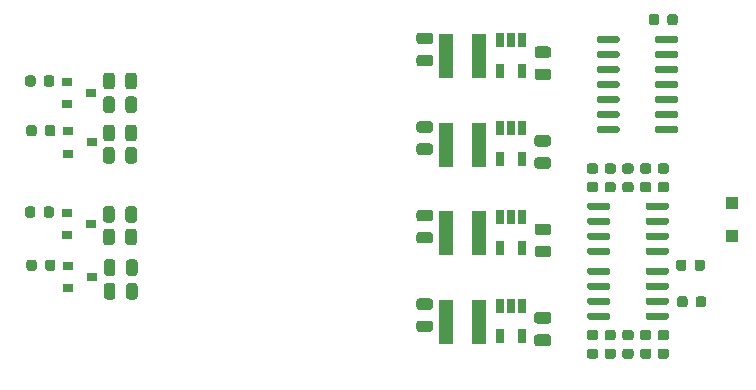
<source format=gbr>
G04 #@! TF.GenerationSoftware,KiCad,Pcbnew,5.1.7-a382d34a8~87~ubuntu18.04.1*
G04 #@! TF.CreationDate,2021-01-18T17:29:04-05:00*
G04 #@! TF.ProjectId,Cree_XML_Driver,43726565-5f58-44d4-9c5f-447269766572,r0*
G04 #@! TF.SameCoordinates,Original*
G04 #@! TF.FileFunction,Paste,Top*
G04 #@! TF.FilePolarity,Positive*
%FSLAX46Y46*%
G04 Gerber Fmt 4.6, Leading zero omitted, Abs format (unit mm)*
G04 Created by KiCad (PCBNEW 5.1.7-a382d34a8~87~ubuntu18.04.1) date 2021-01-18 17:29:04*
%MOMM*%
%LPD*%
G01*
G04 APERTURE LIST*
%ADD10R,1.200000X3.700000*%
%ADD11R,0.900000X0.800000*%
%ADD12R,0.650000X1.220000*%
%ADD13R,1.100000X1.100000*%
G04 APERTURE END LIST*
G04 #@! TO.C,U107*
G36*
G01*
X146900000Y-108645000D02*
X146900000Y-108345000D01*
G75*
G02*
X147050000Y-108195000I150000J0D01*
G01*
X148700000Y-108195000D01*
G75*
G02*
X148850000Y-108345000I0J-150000D01*
G01*
X148850000Y-108645000D01*
G75*
G02*
X148700000Y-108795000I-150000J0D01*
G01*
X147050000Y-108795000D01*
G75*
G02*
X146900000Y-108645000I0J150000D01*
G01*
G37*
G36*
G01*
X146900000Y-109915000D02*
X146900000Y-109615000D01*
G75*
G02*
X147050000Y-109465000I150000J0D01*
G01*
X148700000Y-109465000D01*
G75*
G02*
X148850000Y-109615000I0J-150000D01*
G01*
X148850000Y-109915000D01*
G75*
G02*
X148700000Y-110065000I-150000J0D01*
G01*
X147050000Y-110065000D01*
G75*
G02*
X146900000Y-109915000I0J150000D01*
G01*
G37*
G36*
G01*
X146900000Y-111185000D02*
X146900000Y-110885000D01*
G75*
G02*
X147050000Y-110735000I150000J0D01*
G01*
X148700000Y-110735000D01*
G75*
G02*
X148850000Y-110885000I0J-150000D01*
G01*
X148850000Y-111185000D01*
G75*
G02*
X148700000Y-111335000I-150000J0D01*
G01*
X147050000Y-111335000D01*
G75*
G02*
X146900000Y-111185000I0J150000D01*
G01*
G37*
G36*
G01*
X146900000Y-112455000D02*
X146900000Y-112155000D01*
G75*
G02*
X147050000Y-112005000I150000J0D01*
G01*
X148700000Y-112005000D01*
G75*
G02*
X148850000Y-112155000I0J-150000D01*
G01*
X148850000Y-112455000D01*
G75*
G02*
X148700000Y-112605000I-150000J0D01*
G01*
X147050000Y-112605000D01*
G75*
G02*
X146900000Y-112455000I0J150000D01*
G01*
G37*
G36*
G01*
X141950000Y-112455000D02*
X141950000Y-112155000D01*
G75*
G02*
X142100000Y-112005000I150000J0D01*
G01*
X143750000Y-112005000D01*
G75*
G02*
X143900000Y-112155000I0J-150000D01*
G01*
X143900000Y-112455000D01*
G75*
G02*
X143750000Y-112605000I-150000J0D01*
G01*
X142100000Y-112605000D01*
G75*
G02*
X141950000Y-112455000I0J150000D01*
G01*
G37*
G36*
G01*
X141950000Y-111185000D02*
X141950000Y-110885000D01*
G75*
G02*
X142100000Y-110735000I150000J0D01*
G01*
X143750000Y-110735000D01*
G75*
G02*
X143900000Y-110885000I0J-150000D01*
G01*
X143900000Y-111185000D01*
G75*
G02*
X143750000Y-111335000I-150000J0D01*
G01*
X142100000Y-111335000D01*
G75*
G02*
X141950000Y-111185000I0J150000D01*
G01*
G37*
G36*
G01*
X141950000Y-109915000D02*
X141950000Y-109615000D01*
G75*
G02*
X142100000Y-109465000I150000J0D01*
G01*
X143750000Y-109465000D01*
G75*
G02*
X143900000Y-109615000I0J-150000D01*
G01*
X143900000Y-109915000D01*
G75*
G02*
X143750000Y-110065000I-150000J0D01*
G01*
X142100000Y-110065000D01*
G75*
G02*
X141950000Y-109915000I0J150000D01*
G01*
G37*
G36*
G01*
X141950000Y-108645000D02*
X141950000Y-108345000D01*
G75*
G02*
X142100000Y-108195000I150000J0D01*
G01*
X143750000Y-108195000D01*
G75*
G02*
X143900000Y-108345000I0J-150000D01*
G01*
X143900000Y-108645000D01*
G75*
G02*
X143750000Y-108795000I-150000J0D01*
G01*
X142100000Y-108795000D01*
G75*
G02*
X141950000Y-108645000I0J150000D01*
G01*
G37*
G04 #@! TD*
G04 #@! TO.C,U106*
G36*
G01*
X142750000Y-94540000D02*
X142750000Y-94240000D01*
G75*
G02*
X142900000Y-94090000I150000J0D01*
G01*
X144550000Y-94090000D01*
G75*
G02*
X144700000Y-94240000I0J-150000D01*
G01*
X144700000Y-94540000D01*
G75*
G02*
X144550000Y-94690000I-150000J0D01*
G01*
X142900000Y-94690000D01*
G75*
G02*
X142750000Y-94540000I0J150000D01*
G01*
G37*
G36*
G01*
X142750000Y-95810000D02*
X142750000Y-95510000D01*
G75*
G02*
X142900000Y-95360000I150000J0D01*
G01*
X144550000Y-95360000D01*
G75*
G02*
X144700000Y-95510000I0J-150000D01*
G01*
X144700000Y-95810000D01*
G75*
G02*
X144550000Y-95960000I-150000J0D01*
G01*
X142900000Y-95960000D01*
G75*
G02*
X142750000Y-95810000I0J150000D01*
G01*
G37*
G36*
G01*
X142750000Y-97080000D02*
X142750000Y-96780000D01*
G75*
G02*
X142900000Y-96630000I150000J0D01*
G01*
X144550000Y-96630000D01*
G75*
G02*
X144700000Y-96780000I0J-150000D01*
G01*
X144700000Y-97080000D01*
G75*
G02*
X144550000Y-97230000I-150000J0D01*
G01*
X142900000Y-97230000D01*
G75*
G02*
X142750000Y-97080000I0J150000D01*
G01*
G37*
G36*
G01*
X142750000Y-98350000D02*
X142750000Y-98050000D01*
G75*
G02*
X142900000Y-97900000I150000J0D01*
G01*
X144550000Y-97900000D01*
G75*
G02*
X144700000Y-98050000I0J-150000D01*
G01*
X144700000Y-98350000D01*
G75*
G02*
X144550000Y-98500000I-150000J0D01*
G01*
X142900000Y-98500000D01*
G75*
G02*
X142750000Y-98350000I0J150000D01*
G01*
G37*
G36*
G01*
X142750000Y-99620000D02*
X142750000Y-99320000D01*
G75*
G02*
X142900000Y-99170000I150000J0D01*
G01*
X144550000Y-99170000D01*
G75*
G02*
X144700000Y-99320000I0J-150000D01*
G01*
X144700000Y-99620000D01*
G75*
G02*
X144550000Y-99770000I-150000J0D01*
G01*
X142900000Y-99770000D01*
G75*
G02*
X142750000Y-99620000I0J150000D01*
G01*
G37*
G36*
G01*
X142750000Y-100890000D02*
X142750000Y-100590000D01*
G75*
G02*
X142900000Y-100440000I150000J0D01*
G01*
X144550000Y-100440000D01*
G75*
G02*
X144700000Y-100590000I0J-150000D01*
G01*
X144700000Y-100890000D01*
G75*
G02*
X144550000Y-101040000I-150000J0D01*
G01*
X142900000Y-101040000D01*
G75*
G02*
X142750000Y-100890000I0J150000D01*
G01*
G37*
G36*
G01*
X142750000Y-102160000D02*
X142750000Y-101860000D01*
G75*
G02*
X142900000Y-101710000I150000J0D01*
G01*
X144550000Y-101710000D01*
G75*
G02*
X144700000Y-101860000I0J-150000D01*
G01*
X144700000Y-102160000D01*
G75*
G02*
X144550000Y-102310000I-150000J0D01*
G01*
X142900000Y-102310000D01*
G75*
G02*
X142750000Y-102160000I0J150000D01*
G01*
G37*
G36*
G01*
X147700000Y-102160000D02*
X147700000Y-101860000D01*
G75*
G02*
X147850000Y-101710000I150000J0D01*
G01*
X149500000Y-101710000D01*
G75*
G02*
X149650000Y-101860000I0J-150000D01*
G01*
X149650000Y-102160000D01*
G75*
G02*
X149500000Y-102310000I-150000J0D01*
G01*
X147850000Y-102310000D01*
G75*
G02*
X147700000Y-102160000I0J150000D01*
G01*
G37*
G36*
G01*
X147700000Y-100890000D02*
X147700000Y-100590000D01*
G75*
G02*
X147850000Y-100440000I150000J0D01*
G01*
X149500000Y-100440000D01*
G75*
G02*
X149650000Y-100590000I0J-150000D01*
G01*
X149650000Y-100890000D01*
G75*
G02*
X149500000Y-101040000I-150000J0D01*
G01*
X147850000Y-101040000D01*
G75*
G02*
X147700000Y-100890000I0J150000D01*
G01*
G37*
G36*
G01*
X147700000Y-99620000D02*
X147700000Y-99320000D01*
G75*
G02*
X147850000Y-99170000I150000J0D01*
G01*
X149500000Y-99170000D01*
G75*
G02*
X149650000Y-99320000I0J-150000D01*
G01*
X149650000Y-99620000D01*
G75*
G02*
X149500000Y-99770000I-150000J0D01*
G01*
X147850000Y-99770000D01*
G75*
G02*
X147700000Y-99620000I0J150000D01*
G01*
G37*
G36*
G01*
X147700000Y-98350000D02*
X147700000Y-98050000D01*
G75*
G02*
X147850000Y-97900000I150000J0D01*
G01*
X149500000Y-97900000D01*
G75*
G02*
X149650000Y-98050000I0J-150000D01*
G01*
X149650000Y-98350000D01*
G75*
G02*
X149500000Y-98500000I-150000J0D01*
G01*
X147850000Y-98500000D01*
G75*
G02*
X147700000Y-98350000I0J150000D01*
G01*
G37*
G36*
G01*
X147700000Y-97080000D02*
X147700000Y-96780000D01*
G75*
G02*
X147850000Y-96630000I150000J0D01*
G01*
X149500000Y-96630000D01*
G75*
G02*
X149650000Y-96780000I0J-150000D01*
G01*
X149650000Y-97080000D01*
G75*
G02*
X149500000Y-97230000I-150000J0D01*
G01*
X147850000Y-97230000D01*
G75*
G02*
X147700000Y-97080000I0J150000D01*
G01*
G37*
G36*
G01*
X147700000Y-95810000D02*
X147700000Y-95510000D01*
G75*
G02*
X147850000Y-95360000I150000J0D01*
G01*
X149500000Y-95360000D01*
G75*
G02*
X149650000Y-95510000I0J-150000D01*
G01*
X149650000Y-95810000D01*
G75*
G02*
X149500000Y-95960000I-150000J0D01*
G01*
X147850000Y-95960000D01*
G75*
G02*
X147700000Y-95810000I0J150000D01*
G01*
G37*
G36*
G01*
X147700000Y-94540000D02*
X147700000Y-94240000D01*
G75*
G02*
X147850000Y-94090000I150000J0D01*
G01*
X149500000Y-94090000D01*
G75*
G02*
X149650000Y-94240000I0J-150000D01*
G01*
X149650000Y-94540000D01*
G75*
G02*
X149500000Y-94690000I-150000J0D01*
G01*
X147850000Y-94690000D01*
G75*
G02*
X147700000Y-94540000I0J150000D01*
G01*
G37*
G04 #@! TD*
G04 #@! TO.C,U105*
G36*
G01*
X146900000Y-114145000D02*
X146900000Y-113845000D01*
G75*
G02*
X147050000Y-113695000I150000J0D01*
G01*
X148700000Y-113695000D01*
G75*
G02*
X148850000Y-113845000I0J-150000D01*
G01*
X148850000Y-114145000D01*
G75*
G02*
X148700000Y-114295000I-150000J0D01*
G01*
X147050000Y-114295000D01*
G75*
G02*
X146900000Y-114145000I0J150000D01*
G01*
G37*
G36*
G01*
X146900000Y-115415000D02*
X146900000Y-115115000D01*
G75*
G02*
X147050000Y-114965000I150000J0D01*
G01*
X148700000Y-114965000D01*
G75*
G02*
X148850000Y-115115000I0J-150000D01*
G01*
X148850000Y-115415000D01*
G75*
G02*
X148700000Y-115565000I-150000J0D01*
G01*
X147050000Y-115565000D01*
G75*
G02*
X146900000Y-115415000I0J150000D01*
G01*
G37*
G36*
G01*
X146900000Y-116685000D02*
X146900000Y-116385000D01*
G75*
G02*
X147050000Y-116235000I150000J0D01*
G01*
X148700000Y-116235000D01*
G75*
G02*
X148850000Y-116385000I0J-150000D01*
G01*
X148850000Y-116685000D01*
G75*
G02*
X148700000Y-116835000I-150000J0D01*
G01*
X147050000Y-116835000D01*
G75*
G02*
X146900000Y-116685000I0J150000D01*
G01*
G37*
G36*
G01*
X146900000Y-117955000D02*
X146900000Y-117655000D01*
G75*
G02*
X147050000Y-117505000I150000J0D01*
G01*
X148700000Y-117505000D01*
G75*
G02*
X148850000Y-117655000I0J-150000D01*
G01*
X148850000Y-117955000D01*
G75*
G02*
X148700000Y-118105000I-150000J0D01*
G01*
X147050000Y-118105000D01*
G75*
G02*
X146900000Y-117955000I0J150000D01*
G01*
G37*
G36*
G01*
X141950000Y-117955000D02*
X141950000Y-117655000D01*
G75*
G02*
X142100000Y-117505000I150000J0D01*
G01*
X143750000Y-117505000D01*
G75*
G02*
X143900000Y-117655000I0J-150000D01*
G01*
X143900000Y-117955000D01*
G75*
G02*
X143750000Y-118105000I-150000J0D01*
G01*
X142100000Y-118105000D01*
G75*
G02*
X141950000Y-117955000I0J150000D01*
G01*
G37*
G36*
G01*
X141950000Y-116685000D02*
X141950000Y-116385000D01*
G75*
G02*
X142100000Y-116235000I150000J0D01*
G01*
X143750000Y-116235000D01*
G75*
G02*
X143900000Y-116385000I0J-150000D01*
G01*
X143900000Y-116685000D01*
G75*
G02*
X143750000Y-116835000I-150000J0D01*
G01*
X142100000Y-116835000D01*
G75*
G02*
X141950000Y-116685000I0J150000D01*
G01*
G37*
G36*
G01*
X141950000Y-115415000D02*
X141950000Y-115115000D01*
G75*
G02*
X142100000Y-114965000I150000J0D01*
G01*
X143750000Y-114965000D01*
G75*
G02*
X143900000Y-115115000I0J-150000D01*
G01*
X143900000Y-115415000D01*
G75*
G02*
X143750000Y-115565000I-150000J0D01*
G01*
X142100000Y-115565000D01*
G75*
G02*
X141950000Y-115415000I0J150000D01*
G01*
G37*
G36*
G01*
X141950000Y-114145000D02*
X141950000Y-113845000D01*
G75*
G02*
X142100000Y-113695000I150000J0D01*
G01*
X143750000Y-113695000D01*
G75*
G02*
X143900000Y-113845000I0J-150000D01*
G01*
X143900000Y-114145000D01*
G75*
G02*
X143750000Y-114295000I-150000J0D01*
G01*
X142100000Y-114295000D01*
G75*
G02*
X141950000Y-114145000I0J150000D01*
G01*
G37*
G04 #@! TD*
D10*
G04 #@! TO.C,L102*
X132800000Y-118300000D03*
X130000000Y-118300000D03*
G04 #@! TD*
G04 #@! TO.C,R116*
G36*
G01*
X142143750Y-120550000D02*
X142656250Y-120550000D01*
G75*
G02*
X142875000Y-120768750I0J-218750D01*
G01*
X142875000Y-121206250D01*
G75*
G02*
X142656250Y-121425000I-218750J0D01*
G01*
X142143750Y-121425000D01*
G75*
G02*
X141925000Y-121206250I0J218750D01*
G01*
X141925000Y-120768750D01*
G75*
G02*
X142143750Y-120550000I218750J0D01*
G01*
G37*
G36*
G01*
X142143750Y-118975000D02*
X142656250Y-118975000D01*
G75*
G02*
X142875000Y-119193750I0J-218750D01*
G01*
X142875000Y-119631250D01*
G75*
G02*
X142656250Y-119850000I-218750J0D01*
G01*
X142143750Y-119850000D01*
G75*
G02*
X141925000Y-119631250I0J218750D01*
G01*
X141925000Y-119193750D01*
G75*
G02*
X142143750Y-118975000I218750J0D01*
G01*
G37*
G04 #@! TD*
G04 #@! TO.C,R108*
G36*
G01*
X101950000Y-108743750D02*
X101950000Y-109656250D01*
G75*
G02*
X101706250Y-109900000I-243750J0D01*
G01*
X101218750Y-109900000D01*
G75*
G02*
X100975000Y-109656250I0J243750D01*
G01*
X100975000Y-108743750D01*
G75*
G02*
X101218750Y-108500000I243750J0D01*
G01*
X101706250Y-108500000D01*
G75*
G02*
X101950000Y-108743750I0J-243750D01*
G01*
G37*
G36*
G01*
X103825000Y-108743750D02*
X103825000Y-109656250D01*
G75*
G02*
X103581250Y-109900000I-243750J0D01*
G01*
X103093750Y-109900000D01*
G75*
G02*
X102850000Y-109656250I0J243750D01*
G01*
X102850000Y-108743750D01*
G75*
G02*
X103093750Y-108500000I243750J0D01*
G01*
X103581250Y-108500000D01*
G75*
G02*
X103825000Y-108743750I0J-243750D01*
G01*
G37*
G04 #@! TD*
G04 #@! TO.C,R107*
G36*
G01*
X103825000Y-110643750D02*
X103825000Y-111556250D01*
G75*
G02*
X103581250Y-111800000I-243750J0D01*
G01*
X103093750Y-111800000D01*
G75*
G02*
X102850000Y-111556250I0J243750D01*
G01*
X102850000Y-110643750D01*
G75*
G02*
X103093750Y-110400000I243750J0D01*
G01*
X103581250Y-110400000D01*
G75*
G02*
X103825000Y-110643750I0J-243750D01*
G01*
G37*
G36*
G01*
X101950000Y-110643750D02*
X101950000Y-111556250D01*
G75*
G02*
X101706250Y-111800000I-243750J0D01*
G01*
X101218750Y-111800000D01*
G75*
G02*
X100975000Y-111556250I0J243750D01*
G01*
X100975000Y-110643750D01*
G75*
G02*
X101218750Y-110400000I243750J0D01*
G01*
X101706250Y-110400000D01*
G75*
G02*
X101950000Y-110643750I0J-243750D01*
G01*
G37*
G04 #@! TD*
G04 #@! TO.C,R112*
G36*
G01*
X96812500Y-108743750D02*
X96812500Y-109256250D01*
G75*
G02*
X96593750Y-109475000I-218750J0D01*
G01*
X96156250Y-109475000D01*
G75*
G02*
X95937500Y-109256250I0J218750D01*
G01*
X95937500Y-108743750D01*
G75*
G02*
X96156250Y-108525000I218750J0D01*
G01*
X96593750Y-108525000D01*
G75*
G02*
X96812500Y-108743750I0J-218750D01*
G01*
G37*
G36*
G01*
X95237500Y-108743750D02*
X95237500Y-109256250D01*
G75*
G02*
X95018750Y-109475000I-218750J0D01*
G01*
X94581250Y-109475000D01*
G75*
G02*
X94362500Y-109256250I0J218750D01*
G01*
X94362500Y-108743750D01*
G75*
G02*
X94581250Y-108525000I218750J0D01*
G01*
X95018750Y-108525000D01*
G75*
G02*
X95237500Y-108743750I0J-218750D01*
G01*
G37*
G04 #@! TD*
D11*
G04 #@! TO.C,Q104*
X99900000Y-110000000D03*
X97900000Y-110950000D03*
X97900000Y-109050000D03*
G04 #@! TD*
G04 #@! TO.C,R113*
G36*
G01*
X147156250Y-119850000D02*
X146643750Y-119850000D01*
G75*
G02*
X146425000Y-119631250I0J218750D01*
G01*
X146425000Y-119193750D01*
G75*
G02*
X146643750Y-118975000I218750J0D01*
G01*
X147156250Y-118975000D01*
G75*
G02*
X147375000Y-119193750I0J-218750D01*
G01*
X147375000Y-119631250D01*
G75*
G02*
X147156250Y-119850000I-218750J0D01*
G01*
G37*
G36*
G01*
X147156250Y-121425000D02*
X146643750Y-121425000D01*
G75*
G02*
X146425000Y-121206250I0J218750D01*
G01*
X146425000Y-120768750D01*
G75*
G02*
X146643750Y-120550000I218750J0D01*
G01*
X147156250Y-120550000D01*
G75*
G02*
X147375000Y-120768750I0J-218750D01*
G01*
X147375000Y-121206250D01*
G75*
G02*
X147156250Y-121425000I-218750J0D01*
G01*
G37*
G04 #@! TD*
G04 #@! TO.C,R117*
G36*
G01*
X149575000Y-116856250D02*
X149575000Y-116343750D01*
G75*
G02*
X149793750Y-116125000I218750J0D01*
G01*
X150231250Y-116125000D01*
G75*
G02*
X150450000Y-116343750I0J-218750D01*
G01*
X150450000Y-116856250D01*
G75*
G02*
X150231250Y-117075000I-218750J0D01*
G01*
X149793750Y-117075000D01*
G75*
G02*
X149575000Y-116856250I0J218750D01*
G01*
G37*
G36*
G01*
X151150000Y-116856250D02*
X151150000Y-116343750D01*
G75*
G02*
X151368750Y-116125000I218750J0D01*
G01*
X151806250Y-116125000D01*
G75*
G02*
X152025000Y-116343750I0J-218750D01*
G01*
X152025000Y-116856250D01*
G75*
G02*
X151806250Y-117075000I-218750J0D01*
G01*
X151368750Y-117075000D01*
G75*
G02*
X151150000Y-116856250I0J218750D01*
G01*
G37*
G04 #@! TD*
G04 #@! TO.C,C110*
G36*
G01*
X148050000Y-92443750D02*
X148050000Y-92956250D01*
G75*
G02*
X147831250Y-93175000I-218750J0D01*
G01*
X147393750Y-93175000D01*
G75*
G02*
X147175000Y-92956250I0J218750D01*
G01*
X147175000Y-92443750D01*
G75*
G02*
X147393750Y-92225000I218750J0D01*
G01*
X147831250Y-92225000D01*
G75*
G02*
X148050000Y-92443750I0J-218750D01*
G01*
G37*
G36*
G01*
X149625000Y-92443750D02*
X149625000Y-92956250D01*
G75*
G02*
X149406250Y-93175000I-218750J0D01*
G01*
X148968750Y-93175000D01*
G75*
G02*
X148750000Y-92956250I0J218750D01*
G01*
X148750000Y-92443750D01*
G75*
G02*
X148968750Y-92225000I218750J0D01*
G01*
X149406250Y-92225000D01*
G75*
G02*
X149625000Y-92443750I0J-218750D01*
G01*
G37*
G04 #@! TD*
G04 #@! TO.C,R109*
G36*
G01*
X95350000Y-101843750D02*
X95350000Y-102356250D01*
G75*
G02*
X95131250Y-102575000I-218750J0D01*
G01*
X94693750Y-102575000D01*
G75*
G02*
X94475000Y-102356250I0J218750D01*
G01*
X94475000Y-101843750D01*
G75*
G02*
X94693750Y-101625000I218750J0D01*
G01*
X95131250Y-101625000D01*
G75*
G02*
X95350000Y-101843750I0J-218750D01*
G01*
G37*
G36*
G01*
X96925000Y-101843750D02*
X96925000Y-102356250D01*
G75*
G02*
X96706250Y-102575000I-218750J0D01*
G01*
X96268750Y-102575000D01*
G75*
G02*
X96050000Y-102356250I0J218750D01*
G01*
X96050000Y-101843750D01*
G75*
G02*
X96268750Y-101625000I218750J0D01*
G01*
X96706250Y-101625000D01*
G75*
G02*
X96925000Y-101843750I0J-218750D01*
G01*
G37*
G04 #@! TD*
G04 #@! TO.C,R104*
G36*
G01*
X101950000Y-97443750D02*
X101950000Y-98356250D01*
G75*
G02*
X101706250Y-98600000I-243750J0D01*
G01*
X101218750Y-98600000D01*
G75*
G02*
X100975000Y-98356250I0J243750D01*
G01*
X100975000Y-97443750D01*
G75*
G02*
X101218750Y-97200000I243750J0D01*
G01*
X101706250Y-97200000D01*
G75*
G02*
X101950000Y-97443750I0J-243750D01*
G01*
G37*
G36*
G01*
X103825000Y-97443750D02*
X103825000Y-98356250D01*
G75*
G02*
X103581250Y-98600000I-243750J0D01*
G01*
X103093750Y-98600000D01*
G75*
G02*
X102850000Y-98356250I0J243750D01*
G01*
X102850000Y-97443750D01*
G75*
G02*
X103093750Y-97200000I243750J0D01*
G01*
X103581250Y-97200000D01*
G75*
G02*
X103825000Y-97443750I0J-243750D01*
G01*
G37*
G04 #@! TD*
D12*
G04 #@! TO.C,U101*
X136450000Y-97030000D03*
X134550000Y-97030000D03*
X134550000Y-94410000D03*
X135500000Y-94410000D03*
X136450000Y-94410000D03*
G04 #@! TD*
G04 #@! TO.C,C103*
G36*
G01*
X128656250Y-119155000D02*
X127743750Y-119155000D01*
G75*
G02*
X127500000Y-118911250I0J243750D01*
G01*
X127500000Y-118423750D01*
G75*
G02*
X127743750Y-118180000I243750J0D01*
G01*
X128656250Y-118180000D01*
G75*
G02*
X128900000Y-118423750I0J-243750D01*
G01*
X128900000Y-118911250D01*
G75*
G02*
X128656250Y-119155000I-243750J0D01*
G01*
G37*
G36*
G01*
X128656250Y-117280000D02*
X127743750Y-117280000D01*
G75*
G02*
X127500000Y-117036250I0J243750D01*
G01*
X127500000Y-116548750D01*
G75*
G02*
X127743750Y-116305000I243750J0D01*
G01*
X128656250Y-116305000D01*
G75*
G02*
X128900000Y-116548750I0J-243750D01*
G01*
X128900000Y-117036250D01*
G75*
G02*
X128656250Y-117280000I-243750J0D01*
G01*
G37*
G04 #@! TD*
G04 #@! TO.C,R106*
G36*
G01*
X103887500Y-115243750D02*
X103887500Y-116156250D01*
G75*
G02*
X103643750Y-116400000I-243750J0D01*
G01*
X103156250Y-116400000D01*
G75*
G02*
X102912500Y-116156250I0J243750D01*
G01*
X102912500Y-115243750D01*
G75*
G02*
X103156250Y-115000000I243750J0D01*
G01*
X103643750Y-115000000D01*
G75*
G02*
X103887500Y-115243750I0J-243750D01*
G01*
G37*
G36*
G01*
X102012500Y-115243750D02*
X102012500Y-116156250D01*
G75*
G02*
X101768750Y-116400000I-243750J0D01*
G01*
X101281250Y-116400000D01*
G75*
G02*
X101037500Y-116156250I0J243750D01*
G01*
X101037500Y-115243750D01*
G75*
G02*
X101281250Y-115000000I243750J0D01*
G01*
X101768750Y-115000000D01*
G75*
G02*
X102012500Y-115243750I0J-243750D01*
G01*
G37*
G04 #@! TD*
D11*
G04 #@! TO.C,Q103*
X98000000Y-113550000D03*
X98000000Y-115450000D03*
X100000000Y-114500000D03*
G04 #@! TD*
G04 #@! TO.C,R105*
G36*
G01*
X103887500Y-113243750D02*
X103887500Y-114156250D01*
G75*
G02*
X103643750Y-114400000I-243750J0D01*
G01*
X103156250Y-114400000D01*
G75*
G02*
X102912500Y-114156250I0J243750D01*
G01*
X102912500Y-113243750D01*
G75*
G02*
X103156250Y-113000000I243750J0D01*
G01*
X103643750Y-113000000D01*
G75*
G02*
X103887500Y-113243750I0J-243750D01*
G01*
G37*
G36*
G01*
X102012500Y-113243750D02*
X102012500Y-114156250D01*
G75*
G02*
X101768750Y-114400000I-243750J0D01*
G01*
X101281250Y-114400000D01*
G75*
G02*
X101037500Y-114156250I0J243750D01*
G01*
X101037500Y-113243750D01*
G75*
G02*
X101281250Y-113000000I243750J0D01*
G01*
X101768750Y-113000000D01*
G75*
G02*
X102012500Y-113243750I0J-243750D01*
G01*
G37*
G04 #@! TD*
D12*
G04 #@! TO.C,U102*
X136434000Y-119530000D03*
X134534000Y-119530000D03*
X134534000Y-116910000D03*
X135484000Y-116910000D03*
X136434000Y-116910000D03*
G04 #@! TD*
G04 #@! TO.C,R111*
G36*
G01*
X96925000Y-113243750D02*
X96925000Y-113756250D01*
G75*
G02*
X96706250Y-113975000I-218750J0D01*
G01*
X96268750Y-113975000D01*
G75*
G02*
X96050000Y-113756250I0J218750D01*
G01*
X96050000Y-113243750D01*
G75*
G02*
X96268750Y-113025000I218750J0D01*
G01*
X96706250Y-113025000D01*
G75*
G02*
X96925000Y-113243750I0J-218750D01*
G01*
G37*
G36*
G01*
X95350000Y-113243750D02*
X95350000Y-113756250D01*
G75*
G02*
X95131250Y-113975000I-218750J0D01*
G01*
X94693750Y-113975000D01*
G75*
G02*
X94475000Y-113756250I0J218750D01*
G01*
X94475000Y-113243750D01*
G75*
G02*
X94693750Y-113025000I218750J0D01*
G01*
X95131250Y-113025000D01*
G75*
G02*
X95350000Y-113243750I0J-218750D01*
G01*
G37*
G04 #@! TD*
G04 #@! TO.C,R101*
G36*
G01*
X103825000Y-101843750D02*
X103825000Y-102756250D01*
G75*
G02*
X103581250Y-103000000I-243750J0D01*
G01*
X103093750Y-103000000D01*
G75*
G02*
X102850000Y-102756250I0J243750D01*
G01*
X102850000Y-101843750D01*
G75*
G02*
X103093750Y-101600000I243750J0D01*
G01*
X103581250Y-101600000D01*
G75*
G02*
X103825000Y-101843750I0J-243750D01*
G01*
G37*
G36*
G01*
X101950000Y-101843750D02*
X101950000Y-102756250D01*
G75*
G02*
X101706250Y-103000000I-243750J0D01*
G01*
X101218750Y-103000000D01*
G75*
G02*
X100975000Y-102756250I0J243750D01*
G01*
X100975000Y-101843750D01*
G75*
G02*
X101218750Y-101600000I243750J0D01*
G01*
X101706250Y-101600000D01*
G75*
G02*
X101950000Y-101843750I0J-243750D01*
G01*
G37*
G04 #@! TD*
G04 #@! TO.C,C101*
G36*
G01*
X138656250Y-97825000D02*
X137743750Y-97825000D01*
G75*
G02*
X137500000Y-97581250I0J243750D01*
G01*
X137500000Y-97093750D01*
G75*
G02*
X137743750Y-96850000I243750J0D01*
G01*
X138656250Y-96850000D01*
G75*
G02*
X138900000Y-97093750I0J-243750D01*
G01*
X138900000Y-97581250D01*
G75*
G02*
X138656250Y-97825000I-243750J0D01*
G01*
G37*
G36*
G01*
X138656250Y-95950000D02*
X137743750Y-95950000D01*
G75*
G02*
X137500000Y-95706250I0J243750D01*
G01*
X137500000Y-95218750D01*
G75*
G02*
X137743750Y-94975000I243750J0D01*
G01*
X138656250Y-94975000D01*
G75*
G02*
X138900000Y-95218750I0J-243750D01*
G01*
X138900000Y-95706250D01*
G75*
G02*
X138656250Y-95950000I-243750J0D01*
G01*
G37*
G04 #@! TD*
G04 #@! TO.C,C102*
G36*
G01*
X128656250Y-96655000D02*
X127743750Y-96655000D01*
G75*
G02*
X127500000Y-96411250I0J243750D01*
G01*
X127500000Y-95923750D01*
G75*
G02*
X127743750Y-95680000I243750J0D01*
G01*
X128656250Y-95680000D01*
G75*
G02*
X128900000Y-95923750I0J-243750D01*
G01*
X128900000Y-96411250D01*
G75*
G02*
X128656250Y-96655000I-243750J0D01*
G01*
G37*
G36*
G01*
X128656250Y-94780000D02*
X127743750Y-94780000D01*
G75*
G02*
X127500000Y-94536250I0J243750D01*
G01*
X127500000Y-94048750D01*
G75*
G02*
X127743750Y-93805000I243750J0D01*
G01*
X128656250Y-93805000D01*
G75*
G02*
X128900000Y-94048750I0J-243750D01*
G01*
X128900000Y-94536250D01*
G75*
G02*
X128656250Y-94780000I-243750J0D01*
G01*
G37*
G04 #@! TD*
G04 #@! TO.C,C105*
G36*
G01*
X138640250Y-103450000D02*
X137727750Y-103450000D01*
G75*
G02*
X137484000Y-103206250I0J243750D01*
G01*
X137484000Y-102718750D01*
G75*
G02*
X137727750Y-102475000I243750J0D01*
G01*
X138640250Y-102475000D01*
G75*
G02*
X138884000Y-102718750I0J-243750D01*
G01*
X138884000Y-103206250D01*
G75*
G02*
X138640250Y-103450000I-243750J0D01*
G01*
G37*
G36*
G01*
X138640250Y-105325000D02*
X137727750Y-105325000D01*
G75*
G02*
X137484000Y-105081250I0J243750D01*
G01*
X137484000Y-104593750D01*
G75*
G02*
X137727750Y-104350000I243750J0D01*
G01*
X138640250Y-104350000D01*
G75*
G02*
X138884000Y-104593750I0J-243750D01*
G01*
X138884000Y-105081250D01*
G75*
G02*
X138640250Y-105325000I-243750J0D01*
G01*
G37*
G04 #@! TD*
G04 #@! TO.C,C106*
G36*
G01*
X128656250Y-102280000D02*
X127743750Y-102280000D01*
G75*
G02*
X127500000Y-102036250I0J243750D01*
G01*
X127500000Y-101548750D01*
G75*
G02*
X127743750Y-101305000I243750J0D01*
G01*
X128656250Y-101305000D01*
G75*
G02*
X128900000Y-101548750I0J-243750D01*
G01*
X128900000Y-102036250D01*
G75*
G02*
X128656250Y-102280000I-243750J0D01*
G01*
G37*
G36*
G01*
X128656250Y-104155000D02*
X127743750Y-104155000D01*
G75*
G02*
X127500000Y-103911250I0J243750D01*
G01*
X127500000Y-103423750D01*
G75*
G02*
X127743750Y-103180000I243750J0D01*
G01*
X128656250Y-103180000D01*
G75*
G02*
X128900000Y-103423750I0J-243750D01*
G01*
X128900000Y-103911250D01*
G75*
G02*
X128656250Y-104155000I-243750J0D01*
G01*
G37*
G04 #@! TD*
G04 #@! TO.C,C107*
G36*
G01*
X128656250Y-109780000D02*
X127743750Y-109780000D01*
G75*
G02*
X127500000Y-109536250I0J243750D01*
G01*
X127500000Y-109048750D01*
G75*
G02*
X127743750Y-108805000I243750J0D01*
G01*
X128656250Y-108805000D01*
G75*
G02*
X128900000Y-109048750I0J-243750D01*
G01*
X128900000Y-109536250D01*
G75*
G02*
X128656250Y-109780000I-243750J0D01*
G01*
G37*
G36*
G01*
X128656250Y-111655000D02*
X127743750Y-111655000D01*
G75*
G02*
X127500000Y-111411250I0J243750D01*
G01*
X127500000Y-110923750D01*
G75*
G02*
X127743750Y-110680000I243750J0D01*
G01*
X128656250Y-110680000D01*
G75*
G02*
X128900000Y-110923750I0J-243750D01*
G01*
X128900000Y-111411250D01*
G75*
G02*
X128656250Y-111655000I-243750J0D01*
G01*
G37*
G04 #@! TD*
G04 #@! TO.C,C108*
G36*
G01*
X138656250Y-112825000D02*
X137743750Y-112825000D01*
G75*
G02*
X137500000Y-112581250I0J243750D01*
G01*
X137500000Y-112093750D01*
G75*
G02*
X137743750Y-111850000I243750J0D01*
G01*
X138656250Y-111850000D01*
G75*
G02*
X138900000Y-112093750I0J-243750D01*
G01*
X138900000Y-112581250D01*
G75*
G02*
X138656250Y-112825000I-243750J0D01*
G01*
G37*
G36*
G01*
X138656250Y-110950000D02*
X137743750Y-110950000D01*
G75*
G02*
X137500000Y-110706250I0J243750D01*
G01*
X137500000Y-110218750D01*
G75*
G02*
X137743750Y-109975000I243750J0D01*
G01*
X138656250Y-109975000D01*
G75*
G02*
X138900000Y-110218750I0J-243750D01*
G01*
X138900000Y-110706250D01*
G75*
G02*
X138656250Y-110950000I-243750J0D01*
G01*
G37*
G04 #@! TD*
G04 #@! TO.C,C109*
G36*
G01*
X148143750Y-118975000D02*
X148656250Y-118975000D01*
G75*
G02*
X148875000Y-119193750I0J-218750D01*
G01*
X148875000Y-119631250D01*
G75*
G02*
X148656250Y-119850000I-218750J0D01*
G01*
X148143750Y-119850000D01*
G75*
G02*
X147925000Y-119631250I0J218750D01*
G01*
X147925000Y-119193750D01*
G75*
G02*
X148143750Y-118975000I218750J0D01*
G01*
G37*
G36*
G01*
X148143750Y-120550000D02*
X148656250Y-120550000D01*
G75*
G02*
X148875000Y-120768750I0J-218750D01*
G01*
X148875000Y-121206250D01*
G75*
G02*
X148656250Y-121425000I-218750J0D01*
G01*
X148143750Y-121425000D01*
G75*
G02*
X147925000Y-121206250I0J218750D01*
G01*
X147925000Y-120768750D01*
G75*
G02*
X148143750Y-120550000I218750J0D01*
G01*
G37*
G04 #@! TD*
G04 #@! TO.C,C111*
G36*
G01*
X148656250Y-105750000D02*
X148143750Y-105750000D01*
G75*
G02*
X147925000Y-105531250I0J218750D01*
G01*
X147925000Y-105093750D01*
G75*
G02*
X148143750Y-104875000I218750J0D01*
G01*
X148656250Y-104875000D01*
G75*
G02*
X148875000Y-105093750I0J-218750D01*
G01*
X148875000Y-105531250D01*
G75*
G02*
X148656250Y-105750000I-218750J0D01*
G01*
G37*
G36*
G01*
X148656250Y-107325000D02*
X148143750Y-107325000D01*
G75*
G02*
X147925000Y-107106250I0J218750D01*
G01*
X147925000Y-106668750D01*
G75*
G02*
X148143750Y-106450000I218750J0D01*
G01*
X148656250Y-106450000D01*
G75*
G02*
X148875000Y-106668750I0J-218750D01*
G01*
X148875000Y-107106250D01*
G75*
G02*
X148656250Y-107325000I-218750J0D01*
G01*
G37*
G04 #@! TD*
D13*
G04 #@! TO.C,D102*
X154200000Y-111000000D03*
X154200000Y-108200000D03*
G04 #@! TD*
D11*
G04 #@! TO.C,Q101*
X100000000Y-103100000D03*
X98000000Y-104050000D03*
X98000000Y-102150000D03*
G04 #@! TD*
G04 #@! TO.C,Q102*
X97900000Y-97950000D03*
X97900000Y-99850000D03*
X99900000Y-98900000D03*
G04 #@! TD*
G04 #@! TO.C,R102*
G36*
G01*
X101950000Y-103743750D02*
X101950000Y-104656250D01*
G75*
G02*
X101706250Y-104900000I-243750J0D01*
G01*
X101218750Y-104900000D01*
G75*
G02*
X100975000Y-104656250I0J243750D01*
G01*
X100975000Y-103743750D01*
G75*
G02*
X101218750Y-103500000I243750J0D01*
G01*
X101706250Y-103500000D01*
G75*
G02*
X101950000Y-103743750I0J-243750D01*
G01*
G37*
G36*
G01*
X103825000Y-103743750D02*
X103825000Y-104656250D01*
G75*
G02*
X103581250Y-104900000I-243750J0D01*
G01*
X103093750Y-104900000D01*
G75*
G02*
X102850000Y-104656250I0J243750D01*
G01*
X102850000Y-103743750D01*
G75*
G02*
X103093750Y-103500000I243750J0D01*
G01*
X103581250Y-103500000D01*
G75*
G02*
X103825000Y-103743750I0J-243750D01*
G01*
G37*
G04 #@! TD*
G04 #@! TO.C,R103*
G36*
G01*
X101950000Y-99443750D02*
X101950000Y-100356250D01*
G75*
G02*
X101706250Y-100600000I-243750J0D01*
G01*
X101218750Y-100600000D01*
G75*
G02*
X100975000Y-100356250I0J243750D01*
G01*
X100975000Y-99443750D01*
G75*
G02*
X101218750Y-99200000I243750J0D01*
G01*
X101706250Y-99200000D01*
G75*
G02*
X101950000Y-99443750I0J-243750D01*
G01*
G37*
G36*
G01*
X103825000Y-99443750D02*
X103825000Y-100356250D01*
G75*
G02*
X103581250Y-100600000I-243750J0D01*
G01*
X103093750Y-100600000D01*
G75*
G02*
X102850000Y-100356250I0J243750D01*
G01*
X102850000Y-99443750D01*
G75*
G02*
X103093750Y-99200000I243750J0D01*
G01*
X103581250Y-99200000D01*
G75*
G02*
X103825000Y-99443750I0J-243750D01*
G01*
G37*
G04 #@! TD*
G04 #@! TO.C,R110*
G36*
G01*
X95250000Y-97643750D02*
X95250000Y-98156250D01*
G75*
G02*
X95031250Y-98375000I-218750J0D01*
G01*
X94593750Y-98375000D01*
G75*
G02*
X94375000Y-98156250I0J218750D01*
G01*
X94375000Y-97643750D01*
G75*
G02*
X94593750Y-97425000I218750J0D01*
G01*
X95031250Y-97425000D01*
G75*
G02*
X95250000Y-97643750I0J-218750D01*
G01*
G37*
G36*
G01*
X96825000Y-97643750D02*
X96825000Y-98156250D01*
G75*
G02*
X96606250Y-98375000I-218750J0D01*
G01*
X96168750Y-98375000D01*
G75*
G02*
X95950000Y-98156250I0J218750D01*
G01*
X95950000Y-97643750D01*
G75*
G02*
X96168750Y-97425000I218750J0D01*
G01*
X96606250Y-97425000D01*
G75*
G02*
X96825000Y-97643750I0J-218750D01*
G01*
G37*
G04 #@! TD*
G04 #@! TO.C,R114*
G36*
G01*
X145143750Y-120550000D02*
X145656250Y-120550000D01*
G75*
G02*
X145875000Y-120768750I0J-218750D01*
G01*
X145875000Y-121206250D01*
G75*
G02*
X145656250Y-121425000I-218750J0D01*
G01*
X145143750Y-121425000D01*
G75*
G02*
X144925000Y-121206250I0J218750D01*
G01*
X144925000Y-120768750D01*
G75*
G02*
X145143750Y-120550000I218750J0D01*
G01*
G37*
G36*
G01*
X145143750Y-118975000D02*
X145656250Y-118975000D01*
G75*
G02*
X145875000Y-119193750I0J-218750D01*
G01*
X145875000Y-119631250D01*
G75*
G02*
X145656250Y-119850000I-218750J0D01*
G01*
X145143750Y-119850000D01*
G75*
G02*
X144925000Y-119631250I0J218750D01*
G01*
X144925000Y-119193750D01*
G75*
G02*
X145143750Y-118975000I218750J0D01*
G01*
G37*
G04 #@! TD*
G04 #@! TO.C,R115*
G36*
G01*
X143643750Y-118975000D02*
X144156250Y-118975000D01*
G75*
G02*
X144375000Y-119193750I0J-218750D01*
G01*
X144375000Y-119631250D01*
G75*
G02*
X144156250Y-119850000I-218750J0D01*
G01*
X143643750Y-119850000D01*
G75*
G02*
X143425000Y-119631250I0J218750D01*
G01*
X143425000Y-119193750D01*
G75*
G02*
X143643750Y-118975000I218750J0D01*
G01*
G37*
G36*
G01*
X143643750Y-120550000D02*
X144156250Y-120550000D01*
G75*
G02*
X144375000Y-120768750I0J-218750D01*
G01*
X144375000Y-121206250D01*
G75*
G02*
X144156250Y-121425000I-218750J0D01*
G01*
X143643750Y-121425000D01*
G75*
G02*
X143425000Y-121206250I0J218750D01*
G01*
X143425000Y-120768750D01*
G75*
G02*
X143643750Y-120550000I218750J0D01*
G01*
G37*
G04 #@! TD*
G04 #@! TO.C,R118*
G36*
G01*
X146643750Y-104875000D02*
X147156250Y-104875000D01*
G75*
G02*
X147375000Y-105093750I0J-218750D01*
G01*
X147375000Y-105531250D01*
G75*
G02*
X147156250Y-105750000I-218750J0D01*
G01*
X146643750Y-105750000D01*
G75*
G02*
X146425000Y-105531250I0J218750D01*
G01*
X146425000Y-105093750D01*
G75*
G02*
X146643750Y-104875000I218750J0D01*
G01*
G37*
G36*
G01*
X146643750Y-106450000D02*
X147156250Y-106450000D01*
G75*
G02*
X147375000Y-106668750I0J-218750D01*
G01*
X147375000Y-107106250D01*
G75*
G02*
X147156250Y-107325000I-218750J0D01*
G01*
X146643750Y-107325000D01*
G75*
G02*
X146425000Y-107106250I0J218750D01*
G01*
X146425000Y-106668750D01*
G75*
G02*
X146643750Y-106450000I218750J0D01*
G01*
G37*
G04 #@! TD*
G04 #@! TO.C,R119*
G36*
G01*
X142656250Y-105750000D02*
X142143750Y-105750000D01*
G75*
G02*
X141925000Y-105531250I0J218750D01*
G01*
X141925000Y-105093750D01*
G75*
G02*
X142143750Y-104875000I218750J0D01*
G01*
X142656250Y-104875000D01*
G75*
G02*
X142875000Y-105093750I0J-218750D01*
G01*
X142875000Y-105531250D01*
G75*
G02*
X142656250Y-105750000I-218750J0D01*
G01*
G37*
G36*
G01*
X142656250Y-107325000D02*
X142143750Y-107325000D01*
G75*
G02*
X141925000Y-107106250I0J218750D01*
G01*
X141925000Y-106668750D01*
G75*
G02*
X142143750Y-106450000I218750J0D01*
G01*
X142656250Y-106450000D01*
G75*
G02*
X142875000Y-106668750I0J-218750D01*
G01*
X142875000Y-107106250D01*
G75*
G02*
X142656250Y-107325000I-218750J0D01*
G01*
G37*
G04 #@! TD*
G04 #@! TO.C,R120*
G36*
G01*
X144156250Y-107325000D02*
X143643750Y-107325000D01*
G75*
G02*
X143425000Y-107106250I0J218750D01*
G01*
X143425000Y-106668750D01*
G75*
G02*
X143643750Y-106450000I218750J0D01*
G01*
X144156250Y-106450000D01*
G75*
G02*
X144375000Y-106668750I0J-218750D01*
G01*
X144375000Y-107106250D01*
G75*
G02*
X144156250Y-107325000I-218750J0D01*
G01*
G37*
G36*
G01*
X144156250Y-105750000D02*
X143643750Y-105750000D01*
G75*
G02*
X143425000Y-105531250I0J218750D01*
G01*
X143425000Y-105093750D01*
G75*
G02*
X143643750Y-104875000I218750J0D01*
G01*
X144156250Y-104875000D01*
G75*
G02*
X144375000Y-105093750I0J-218750D01*
G01*
X144375000Y-105531250D01*
G75*
G02*
X144156250Y-105750000I-218750J0D01*
G01*
G37*
G04 #@! TD*
G04 #@! TO.C,R121*
G36*
G01*
X145656250Y-105750000D02*
X145143750Y-105750000D01*
G75*
G02*
X144925000Y-105531250I0J218750D01*
G01*
X144925000Y-105093750D01*
G75*
G02*
X145143750Y-104875000I218750J0D01*
G01*
X145656250Y-104875000D01*
G75*
G02*
X145875000Y-105093750I0J-218750D01*
G01*
X145875000Y-105531250D01*
G75*
G02*
X145656250Y-105750000I-218750J0D01*
G01*
G37*
G36*
G01*
X145656250Y-107325000D02*
X145143750Y-107325000D01*
G75*
G02*
X144925000Y-107106250I0J218750D01*
G01*
X144925000Y-106668750D01*
G75*
G02*
X145143750Y-106450000I218750J0D01*
G01*
X145656250Y-106450000D01*
G75*
G02*
X145875000Y-106668750I0J-218750D01*
G01*
X145875000Y-107106250D01*
G75*
G02*
X145656250Y-107325000I-218750J0D01*
G01*
G37*
G04 #@! TD*
G04 #@! TO.C,R122*
G36*
G01*
X150350000Y-113243750D02*
X150350000Y-113756250D01*
G75*
G02*
X150131250Y-113975000I-218750J0D01*
G01*
X149693750Y-113975000D01*
G75*
G02*
X149475000Y-113756250I0J218750D01*
G01*
X149475000Y-113243750D01*
G75*
G02*
X149693750Y-113025000I218750J0D01*
G01*
X150131250Y-113025000D01*
G75*
G02*
X150350000Y-113243750I0J-218750D01*
G01*
G37*
G36*
G01*
X151925000Y-113243750D02*
X151925000Y-113756250D01*
G75*
G02*
X151706250Y-113975000I-218750J0D01*
G01*
X151268750Y-113975000D01*
G75*
G02*
X151050000Y-113756250I0J218750D01*
G01*
X151050000Y-113243750D01*
G75*
G02*
X151268750Y-113025000I218750J0D01*
G01*
X151706250Y-113025000D01*
G75*
G02*
X151925000Y-113243750I0J-218750D01*
G01*
G37*
G04 #@! TD*
D12*
G04 #@! TO.C,U103*
X136434000Y-101910000D03*
X135484000Y-101910000D03*
X134534000Y-101910000D03*
X134534000Y-104530000D03*
X136434000Y-104530000D03*
G04 #@! TD*
G04 #@! TO.C,U104*
X136450000Y-109390000D03*
X135500000Y-109390000D03*
X134550000Y-109390000D03*
X134550000Y-112010000D03*
X136450000Y-112010000D03*
G04 #@! TD*
D10*
G04 #@! TO.C,L101*
X132816000Y-95800000D03*
X130016000Y-95800000D03*
G04 #@! TD*
G04 #@! TO.C,L103*
X130000000Y-103300000D03*
X132800000Y-103300000D03*
G04 #@! TD*
G04 #@! TO.C,L104*
X130016000Y-110800000D03*
X132816000Y-110800000D03*
G04 #@! TD*
G04 #@! TO.C,C104*
G36*
G01*
X138659000Y-120350000D02*
X137709000Y-120350000D01*
G75*
G02*
X137459000Y-120100000I0J250000D01*
G01*
X137459000Y-119600000D01*
G75*
G02*
X137709000Y-119350000I250000J0D01*
G01*
X138659000Y-119350000D01*
G75*
G02*
X138909000Y-119600000I0J-250000D01*
G01*
X138909000Y-120100000D01*
G75*
G02*
X138659000Y-120350000I-250000J0D01*
G01*
G37*
G36*
G01*
X138659000Y-118450000D02*
X137709000Y-118450000D01*
G75*
G02*
X137459000Y-118200000I0J250000D01*
G01*
X137459000Y-117700000D01*
G75*
G02*
X137709000Y-117450000I250000J0D01*
G01*
X138659000Y-117450000D01*
G75*
G02*
X138909000Y-117700000I0J-250000D01*
G01*
X138909000Y-118200000D01*
G75*
G02*
X138659000Y-118450000I-250000J0D01*
G01*
G37*
G04 #@! TD*
M02*

</source>
